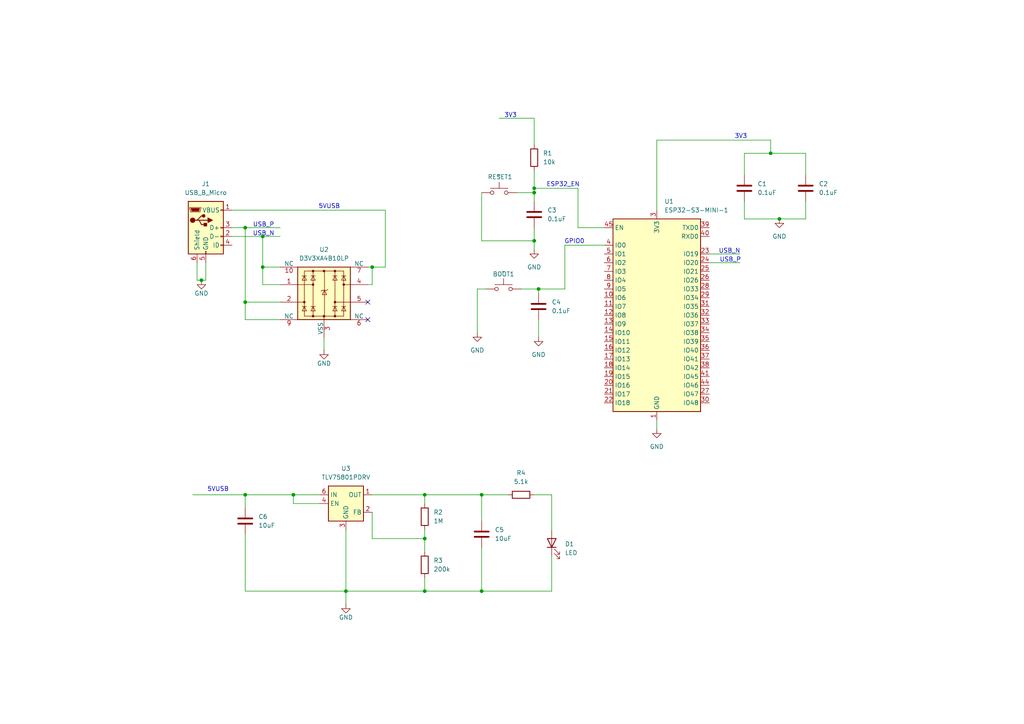
<source format=kicad_sch>
(kicad_sch (version 20231120) (generator "eeschema") (generator_version "8.0")
  (paper "A4")
  (lib_symbols
    (symbol "Connector:USB_B_Micro" (pin_names (offset 1.016))
      (property "Reference" "J" (at -5.08 11.43 0))
      (property "Value" "USB_B_Micro" (at -5.08 8.89 0))
      (symbol "USB_B_Micro_0_1"
        (rectangle (start -5.08 -7.62) (end 5.08 7.62) (stroke (width 0.254)) (fill (type background)))
        (circle (center -3.81 2.159) (radius 0.635) (stroke (width 0.254)) (fill (type outline)))
        (circle (center -0.635 3.429) (radius 0.381) (stroke (width 0.254)) (fill (type outline)))
        (rectangle (start -0.127 -7.62) (end 0.127 -6.858))
        (polyline (pts (xy -1.905 2.159) (xy 0.635 2.159)) (stroke (width 0.254)))
        (polyline (pts (xy -3.175 2.159) (xy -2.54 2.159) (xy -1.27 3.429) (xy -0.635 3.429)) (stroke (width 0.254)))
        (polyline (pts (xy -2.54 2.159) (xy -1.905 2.159) (xy -1.27 0.889) (xy 0 0.889)) (stroke (width 0.254)))
        (polyline (pts (xy 0.635 2.794) (xy 0.635 1.524) (xy 1.905 2.159) (xy 0.635 2.794)) (stroke (width 0.254)) (fill (type outline)))
        (polyline (pts (xy -4.318 5.588) (xy -1.778 5.588) (xy -2.032 4.826) (xy -4.064 4.826) (xy -4.318 5.588)) (fill (type outline)))
        (polyline (pts (xy -4.699 5.842) (xy -4.699 5.588) (xy -4.445 4.826) (xy -4.445 4.572) (xy -1.651 4.572) (xy -1.651 4.826) (xy -1.397 5.588) (xy -1.397 5.842) (xy -4.699 5.842)))
        (rectangle (start 0.254 1.27) (end -0.508 0.508) (stroke (width 0.254)) (fill (type outline)))
        (rectangle (start 5.08 -5.207) (end 4.318 -4.953))
        (rectangle (start 5.08 -2.667) (end 4.318 -2.413))
        (rectangle (start 5.08 -0.127) (end 4.318 0.127))
        (rectangle (start 5.08 4.953) (end 4.318 5.207))
      )
      (symbol "USB_B_Micro_1_1"
        (pin power_out line (at 7.62 5.08 180) (length 2.54) (name "VBUS") (number "1"))
        (pin bidirectional line (at 7.62 -2.54 180) (length 2.54) (name "D-") (number "2"))
        (pin bidirectional line (at 7.62 0 180) (length 2.54) (name "D+") (number "3"))
        (pin passive line (at 7.62 -5.08 180) (length 2.54) (name "ID") (number "4"))
        (pin power_out line (at 0 -10.16 90) (length 2.54) (name "GND") (number "5"))
        (pin passive line (at -2.54 -10.16 90) (length 2.54) (name "Shield") (number "6"))
      )
    )
    (symbol "Device:C" (pin_numbers hide) (pin_names (offset 0.254))
      (property "Reference" "C" (at 0.635 2.54 0))
      (property "Value" "C" (at 0.635 -2.54 0))
      (symbol "C_0_1"
        (polyline (pts (xy -2.032 -0.762) (xy 2.032 -0.762)) (stroke (width 0.508)))
        (polyline (pts (xy -2.032 0.762) (xy 2.032 0.762)) (stroke (width 0.508)))
      )
      (symbol "C_1_1"
        (pin passive line (at 0 3.81 270) (length 2.794) (name "~") (number "1"))
        (pin passive line (at 0 -3.81 90) (length 2.794) (name "~") (number "2"))
      )
    )
    (symbol "Device:LED" (pin_numbers hide) (pin_names (offset 1.016) hide)
      (property "Reference" "D" (at 0 2.54 0))
      (property "Value" "LED" (at 0 -2.54 0))
      (symbol "LED_0_1"
        (polyline (pts (xy -1.27 -1.27) (xy -1.27 1.27)) (stroke (width 0.254)))
        (polyline (pts (xy -1.27 0) (xy 1.27 0)))
        (polyline (pts (xy 1.27 -1.27) (xy 1.27 1.27) (xy -1.27 0) (xy 1.27 -1.27)) (stroke (width 0.254)))
        (polyline (pts (xy -3.048 -0.762) (xy -4.572 -2.286) (xy -3.81 -2.286) (xy -4.572 -2.286) (xy -4.572 -1.524)))
        (polyline (pts (xy -1.778 -0.762) (xy -3.302 -2.286) (xy -2.54 -2.286) (xy -3.302 -2.286) (xy -3.302 -1.524)))
      )
      (symbol "LED_1_1"
        (pin passive line (at -3.81 0 0) (length 2.54) (name "K") (number "1"))
        (pin passive line (at 3.81 0 180) (length 2.54) (name "A") (number "2"))
      )
    )
    (symbol "Device:R" (pin_numbers hide) (pin_names (offset 0))
      (property "Reference" "R" (at 2.032 0 90))
      (property "Value" "R" (at 0 0 90))
      (symbol "R_0_1"
        (rectangle (start -1.016 -2.54) (end 1.016 2.54) (stroke (width 0.254)))
      )
      (symbol "R_1_1"
        (pin passive line (at 0 3.81 270) (length 1.27) (name "~") (number "1"))
        (pin passive line (at 0 -3.81 90) (length 1.27) (name "~") (number "2"))
      )
    )
    (symbol "Power_Protection:D3V3XA4B10LP" (pin_names (offset 0))
      (property "Reference" "U" (at -0.635 8.89 0))
      (property "Value" "D3V3XA4B10LP" (at 8.89 -10.16 0))
      (symbol "D3V3XA4B10LP_0_0"
        (rectangle (start -5.715 6.477) (end 5.715 -6.604))
        (polyline (pts (xy -3.175 -6.604) (xy -3.175 6.477)))
        (polyline (pts (xy 0.127 6.477) (xy 0.127 -6.604)))
        (polyline (pts (xy 3.175 6.477) (xy 3.175 -6.604)))
      )
      (symbol "D3V3XA4B10LP_0_1"
        (rectangle (start -7.62 7.62) (end 7.62 -7.62) (stroke (width 0.254)) (fill (type background)))
        (circle (center -5.715 -2.54) (radius 0.2794) (fill (type outline)))
        (circle (center -3.175 -6.604) (radius 0.2794) (fill (type outline)))
        (circle (center -3.175 2.54) (radius 0.2794) (fill (type outline)))
        (circle (center -3.175 6.477) (radius 0.2794) (fill (type outline)))
        (circle (center 0 -6.604) (radius 0.2794) (fill (type outline)))
        (polyline (pts (xy -7.747 2.54) (xy -3.175 2.54)))
        (polyline (pts (xy -7.62 -2.54) (xy -5.715 -2.54)))
        (polyline (pts (xy -5.08 -3.81) (xy -6.35 -3.81)))
        (polyline (pts (xy -5.08 5.08) (xy -6.35 5.08)))
        (polyline (pts (xy -2.54 -3.81) (xy -3.81 -3.81)))
        (polyline (pts (xy -2.54 5.08) (xy -3.81 5.08)))
        (polyline (pts (xy -0.508 0.889) (xy -0.889 0.635)))
        (polyline (pts (xy 0 -6.604) (xy 0 -7.62)))
        (polyline (pts (xy 0.762 0.889) (xy -0.508 0.889)))
        (polyline (pts (xy 0.762 0.889) (xy 1.143 1.143)))
        (polyline (pts (xy 3.81 -3.81) (xy 2.54 -3.81)))
        (polyline (pts (xy 3.81 5.08) (xy 2.54 5.08)))
        (polyline (pts (xy 6.35 -3.81) (xy 5.08 -3.81)))
        (polyline (pts (xy 6.35 5.08) (xy 5.08 5.08)))
        (polyline (pts (xy 7.62 -2.54) (xy 3.175 -2.54)))
        (polyline (pts (xy 7.62 2.54) (xy 5.715 2.54)))
        (polyline (pts (xy -5.08 -5.08) (xy -6.35 -5.08) (xy -5.715 -3.81) (xy -5.08 -5.08)))
        (polyline (pts (xy -5.08 3.81) (xy -6.35 3.81) (xy -5.715 5.08) (xy -5.08 3.81)))
        (polyline (pts (xy -2.54 -5.08) (xy -3.81 -5.08) (xy -3.175 -3.81) (xy -2.54 -5.08)))
        (polyline (pts (xy -2.54 3.81) (xy -3.81 3.81) (xy -3.175 5.08) (xy -2.54 3.81)))
        (polyline (pts (xy 0.762 -0.381) (xy -0.508 -0.381) (xy 0.127 0.889) (xy 0.762 -0.381)))
        (polyline (pts (xy 3.81 -5.08) (xy 2.54 -5.08) (xy 3.175 -3.81) (xy 3.81 -5.08)))
        (polyline (pts (xy 3.81 3.81) (xy 2.54 3.81) (xy 3.175 5.08) (xy 3.81 3.81)))
        (polyline (pts (xy 6.35 -5.08) (xy 5.08 -5.08) (xy 5.715 -3.81) (xy 6.35 -5.08)))
        (polyline (pts (xy 6.35 3.81) (xy 5.08 3.81) (xy 5.715 5.08) (xy 6.35 3.81)))
        (circle (center 0 6.477) (radius 0.2794) (fill (type outline)))
        (circle (center 3.175 -6.604) (radius 0.2794) (fill (type outline)))
        (circle (center 3.175 -2.54) (radius 0.2794) (fill (type outline)))
        (circle (center 3.175 6.477) (radius 0.2794) (fill (type outline)))
        (circle (center 5.715 2.54) (radius 0.2794) (fill (type outline)))
      )
      (symbol "D3V3XA4B10LP_1_1"
        (pin passive line (at -12.7 2.54 0) (length 5.08) (name "~") (number "1"))
        (pin free line (at -12.7 7.62 0) (length 5.08) (name "NC") (number "10"))
        (pin passive line (at -12.7 -2.54 0) (length 5.08) (name "~") (number "2"))
        (pin power_in line (at 0 -12.7 90) (length 5.08) (name "VSS") (number "3"))
        (pin passive line (at 12.7 2.54 180) (length 5.08) (name "~") (number "4"))
        (pin passive line (at 12.7 -2.54 180) (length 5.08) (name "~") (number "5"))
        (pin free line (at 12.7 -7.62 180) (length 5.08) (name "NC") (number "6"))
        (pin free line (at 12.7 7.62 180) (length 5.08) (name "NC") (number "7"))
        (pin passive line (at 0 -12.7 90) (length 5.08) hide (name "VSS") (number "8"))
        (pin free line (at -12.7 -7.62 0) (length 5.08) (name "NC") (number "9"))
      )
    )
    (symbol "RF_Module:ESP32-S3-MINI-1"
      (property "Reference" "U" (at -11.43 29.21 0))
      (property "Value" "ESP32-S3-MINI-1" (at 12.7 29.21 0))
      (symbol "ESP32-S3-MINI-1_0_1"
        (rectangle (start -12.7 27.94) (end 12.7 -27.94) (stroke (width 0.254)) (fill (type background)))
      )
      (symbol "ESP32-S3-MINI-1_1_1"
        (pin power_in line (at 0 -30.48 90) (length 2.54) (name "GND") (number "1"))
        (pin bidirectional line (at -15.24 5.08 0) (length 2.54) (name "IO6") (number "10"))
        (pin bidirectional line (at -15.24 2.54 0) (length 2.54) (name "IO7") (number "11"))
        (pin bidirectional line (at -15.24 0 0) (length 2.54) (name "IO8") (number "12"))
        (pin bidirectional line (at -15.24 -2.54 0) (length 2.54) (name "IO9") (number "13"))
        (pin bidirectional line (at -15.24 -5.08 0) (length 2.54) (name "IO10") (number "14"))
        (pin bidirectional line (at -15.24 -7.62 0) (length 2.54) (name "IO11") (number "15"))
        (pin bidirectional line (at -15.24 -10.16 0) (length 2.54) (name "IO12") (number "16"))
        (pin bidirectional line (at -15.24 -12.7 0) (length 2.54) (name "IO13") (number "17"))
        (pin bidirectional line (at -15.24 -15.24 0) (length 2.54) (name "IO14") (number "18"))
        (pin bidirectional line (at -15.24 -17.78 0) (length 2.54) (name "IO15") (number "19"))
        (pin passive line (at 0 -30.48 90) (length 2.54) hide (name "GND") (number "2"))
        (pin bidirectional line (at -15.24 -20.32 0) (length 2.54) (name "IO16") (number "20"))
        (pin bidirectional line (at -15.24 -22.86 0) (length 2.54) (name "IO17") (number "21"))
        (pin bidirectional line (at -15.24 -25.4 0) (length 2.54) (name "IO18") (number "22"))
        (pin bidirectional line (at 15.24 17.78 180) (length 2.54) (name "IO19") (number "23"))
        (pin bidirectional line (at 15.24 15.24 180) (length 2.54) (name "IO20") (number "24"))
        (pin bidirectional line (at 15.24 12.7 180) (length 2.54) (name "IO21") (number "25"))
        (pin bidirectional line (at 15.24 10.16 180) (length 2.54) (name "IO26") (number "26"))
        (pin bidirectional line (at 15.24 -22.86 180) (length 2.54) (name "IO47") (number "27"))
        (pin bidirectional line (at 15.24 7.62 180) (length 2.54) (name "IO33") (number "28"))
        (pin bidirectional line (at 15.24 5.08 180) (length 2.54) (name "IO34") (number "29"))
        (pin power_in line (at 0 30.48 270) (length 2.54) (name "3V3") (number "3"))
        (pin bidirectional line (at 15.24 -25.4 180) (length 2.54) (name "IO48") (number "30"))
        (pin bidirectional line (at 15.24 2.54 180) (length 2.54) (name "IO35") (number "31"))
        (pin bidirectional line (at 15.24 0 180) (length 2.54) (name "IO36") (number "32"))
        (pin bidirectional line (at 15.24 -2.54 180) (length 2.54) (name "IO37") (number "33"))
        (pin bidirectional line (at 15.24 -5.08 180) (length 2.54) (name "IO38") (number "34"))
        (pin bidirectional line (at 15.24 -7.62 180) (length 2.54) (name "IO39") (number "35"))
        (pin bidirectional line (at 15.24 -10.16 180) (length 2.54) (name "IO40") (number "36"))
        (pin bidirectional line (at 15.24 -12.7 180) (length 2.54) (name "IO41") (number "37"))
        (pin bidirectional line (at 15.24 -15.24 180) (length 2.54) (name "IO42") (number "38"))
        (pin bidirectional line (at 15.24 25.4 180) (length 2.54) (name "TXD0") (number "39"))
        (pin bidirectional line (at -15.24 20.32 0) (length 2.54) (name "IO0") (number "4"))
        (pin bidirectional line (at 15.24 22.86 180) (length 2.54) (name "RXD0") (number "40"))
        (pin bidirectional line (at 15.24 -17.78 180) (length 2.54) (name "IO45") (number "41"))
        (pin passive line (at 0 -30.48 90) (length 2.54) hide (name "GND") (number "42"))
        (pin passive line (at 0 -30.48 90) (length 2.54) hide (name "GND") (number "43"))
        (pin bidirectional line (at 15.24 -20.32 180) (length 2.54) (name "IO46") (number "44"))
        (pin input line (at -15.24 25.4 0) (length 2.54) (name "EN") (number "45"))
        (pin passive line (at 0 -30.48 90) (length 2.54) hide (name "GND") (number "46"))
        (pin passive line (at 0 -30.48 90) (length 2.54) hide (name "GND") (number "47"))
        (pin passive line (at 0 -30.48 90) (length 2.54) hide (name "GND") (number "48"))
        (pin passive line (at 0 -30.48 90) (length 2.54) hide (name "GND") (number "49"))
        (pin bidirectional line (at -15.24 17.78 0) (length 2.54) (name "IO1") (number "5"))
        (pin passive line (at 0 -30.48 90) (length 2.54) hide (name "GND") (number "50"))
        (pin passive line (at 0 -30.48 90) (length 2.54) hide (name "GND") (number "51"))
        (pin passive line (at 0 -30.48 90) (length 2.54) hide (name "GND") (number "52"))
        (pin passive line (at 0 -30.48 90) (length 2.54) hide (name "GND") (number "53"))
        (pin passive line (at 0 -30.48 90) (length 2.54) hide (name "GND") (number "54"))
        (pin passive line (at 0 -30.48 90) (length 2.54) hide (name "GND") (number "55"))
        (pin passive line (at 0 -30.48 90) (length 2.54) hide (name "GND") (number "56"))
        (pin passive line (at 0 -30.48 90) (length 2.54) hide (name "GND") (number "57"))
        (pin passive line (at 0 -30.48 90) (length 2.54) hide (name "GND") (number "58"))
        (pin passive line (at 0 -30.48 90) (length 2.54) hide (name "GND") (number "59"))
        (pin bidirectional line (at -15.24 15.24 0) (length 2.54) (name "IO2") (number "6"))
        (pin passive line (at 0 -30.48 90) (length 2.54) hide (name "GND") (number "60"))
        (pin passive line (at 0 -30.48 90) (length 2.54) hide (name "GND") (number "61"))
        (pin passive line (at 0 -30.48 90) (length 2.54) hide (name "GND") (number "62"))
        (pin passive line (at 0 -30.48 90) (length 2.54) hide (name "GND") (number "63"))
        (pin passive line (at 0 -30.48 90) (length 2.54) hide (name "GND") (number "64"))
        (pin passive line (at 0 -30.48 90) (length 2.54) hide (name "GND") (number "65"))
        (pin bidirectional line (at -15.24 12.7 0) (length 2.54) (name "IO3") (number "7"))
        (pin bidirectional line (at -15.24 10.16 0) (length 2.54) (name "IO4") (number "8"))
        (pin bidirectional line (at -15.24 7.62 0) (length 2.54) (name "IO5") (number "9"))
      )
    )
    (symbol "Regulator_Linear:TLV75801PDRV"
      (property "Reference" "U" (at -3.81 6.35 0))
      (property "Value" "TLV75801PDRV" (at 0 6.35 0))
      (symbol "TLV75801PDRV_0_1"
        (rectangle (start 5.08 -5.08) (end -5.08 5.08) (stroke (width 0.254)) (fill (type background)))
      )
      (symbol "TLV75801PDRV_1_1"
        (pin power_out line (at 7.62 2.54 180) (length 2.54) (name "OUT") (number "1"))
        (pin input line (at 7.62 -2.54 180) (length 2.54) (name "FB") (number "2"))
        (pin power_in line (at 0 -7.62 90) (length 2.54) (name "GND") (number "3"))
        (pin input line (at -7.62 0 0) (length 2.54) (name "EN") (number "4"))
        (pin no_connect line (at 5.08 0 180) (length 2.54) hide (name "DNC") (number "5"))
        (pin power_in line (at -7.62 2.54 0) (length 2.54) (name "IN") (number "6"))
        (pin passive line (at 0 -7.62 90) (length 2.54) hide (name "GND") (number "7"))
      )
    )
    (symbol "Switch:SW_Push" (pin_numbers hide) (pin_names (offset 1.016) hide)
      (property "Reference" "SW" (at 1.27 2.54 0))
      (property "Value" "SW_Push" (at 0 -1.524 0))
      (symbol "SW_Push_0_1"
        (circle (center -2.032 0) (radius 0.508))
        (polyline (pts (xy 0 1.27) (xy 0 3.048)))
        (polyline (pts (xy 2.54 1.27) (xy -2.54 1.27)))
        (circle (center 2.032 0) (radius 0.508))
        (pin passive line (at -5.08 0 0) (length 2.54) (name "1") (number "1"))
        (pin passive line (at 5.08 0 180) (length 2.54) (name "2") (number "2"))
      )
    )
    (symbol "power:GND" (power) (pin_numbers hide) (pin_names (offset 0) hide)
      (property "Value" "GND" (at 0 -3.81 0))
      (symbol "GND_0_1"
        (polyline (pts (xy 0 0) (xy 0 -1.27) (xy 1.27 -1.27) (xy 0 -2.54) (xy -1.27 -1.27) (xy 0 -1.27)))
      )
      (symbol "GND_1_1"
        (pin power_in line (at 0 0 270) (length 0) (name "~") (number "1"))
      )
    )
  )
  (junction (at 71.12 87.63))
  (junction (at 139.7 143.51))
  (junction (at 154.94 54.61))
  (junction (at 139.7 171.45))
  (junction (at 156.21 83.82))
  (junction (at 76.2 68.58))
  (junction (at 107.95 77.47))
  (junction (at 123.19 171.45))
  (junction (at 76.2 77.47))
  (junction (at 226.06 63.5))
  (junction (at 100.33 171.45))
  (junction (at 58.42 81.28))
  (junction (at 154.94 55.88))
  (junction (at 123.19 143.51))
  (junction (at 85.09 143.51))
  (junction (at 71.12 143.51))
  (junction (at 71.12 66.04))
  (junction (at 223.52 44.45))
  (junction (at 154.94 69.85))
  (junction (at 123.19 156.21))
  (no_connect (at 106.68 92.71))
  (no_connect (at 106.68 87.63))
  (wire (pts (xy 71.12 143.51) (xy 85.09 143.51)))
  (wire (pts (xy 123.19 167.64) (xy 123.19 171.45)))
  (wire (pts (xy 151.13 83.82) (xy 156.21 83.82)))
  (wire (pts (xy 215.9 63.5) (xy 226.06 63.5)))
  (wire (pts (xy 154.94 66.04) (xy 154.94 69.85)))
  (wire (pts (xy 226.06 63.5) (xy 233.68 63.5)))
  (wire (pts (xy 123.19 143.51) (xy 139.7 143.51)))
  (wire (pts (xy 139.7 158.75) (xy 139.7 171.45)))
  (wire (pts (xy 85.09 143.51) (xy 92.71 143.51)))
  (wire (pts (xy 175.26 71.12) (xy 163.83 71.12)))
  (wire (pts (xy 71.12 66.04) (xy 71.12 87.63)))
  (wire (pts (xy 85.09 143.51) (xy 85.09 146.05)))
  (wire (pts (xy 160.02 161.29) (xy 160.02 171.45)))
  (wire (pts (xy 100.33 171.45) (xy 100.33 175.26)))
  (wire (pts (xy 154.94 55.88) (xy 154.94 54.61)))
  (wire (pts (xy 123.19 171.45) (xy 139.7 171.45)))
  (wire (pts (xy 55.88 143.51) (xy 71.12 143.51)))
  (wire (pts (xy 154.94 69.85) (xy 154.94 72.39)))
  (wire (pts (xy 154.94 49.53) (xy 154.94 54.61)))
  (wire (pts (xy 67.31 68.58) (xy 76.2 68.58)))
  (wire (pts (xy 71.12 171.45) (xy 100.33 171.45)))
  (wire (pts (xy 107.95 77.47) (xy 107.95 82.55)))
  (wire (pts (xy 81.28 82.55) (xy 76.2 82.55)))
  (wire (pts (xy 233.68 58.42) (xy 233.68 63.5)))
  (wire (pts (xy 67.31 60.96) (xy 111.76 60.96)))
  (wire (pts (xy 167.64 54.61) (xy 154.94 54.61)))
  (wire (pts (xy 81.28 87.63) (xy 71.12 87.63)))
  (wire (pts (xy 57.15 76.2) (xy 57.15 81.28)))
  (wire (pts (xy 76.2 68.58) (xy 76.2 77.47)))
  (wire (pts (xy 106.68 77.47) (xy 107.95 77.47)))
  (wire (pts (xy 190.5 121.92) (xy 190.5 124.46)))
  (wire (pts (xy 123.19 156.21) (xy 123.19 160.02)))
  (wire (pts (xy 81.28 77.47) (xy 76.2 77.47)))
  (wire (pts (xy 215.9 58.42) (xy 215.9 63.5)))
  (wire (pts (xy 123.19 153.67) (xy 123.19 156.21)))
  (wire (pts (xy 156.21 92.71) (xy 156.21 97.79)))
  (wire (pts (xy 154.94 143.51) (xy 160.02 143.51)))
  (wire (pts (xy 111.76 60.96) (xy 111.76 77.47)))
  (wire (pts (xy 167.64 66.04) (xy 167.64 54.61)))
  (wire (pts (xy 57.15 81.28) (xy 58.42 81.28)))
  (wire (pts (xy 71.12 87.63) (xy 71.12 92.71)))
  (wire (pts (xy 58.42 81.28) (xy 59.69 81.28)))
  (wire (pts (xy 233.68 44.45) (xy 233.68 50.8)))
  (wire (pts (xy 76.2 68.58) (xy 81.28 68.58)))
  (wire (pts (xy 163.83 71.12) (xy 163.83 83.82)))
  (wire (pts (xy 92.71 146.05) (xy 85.09 146.05)))
  (wire (pts (xy 215.9 50.8) (xy 215.9 44.45)))
  (wire (pts (xy 100.33 171.45) (xy 123.19 171.45)))
  (wire (pts (xy 71.12 66.04) (xy 81.28 66.04)))
  (wire (pts (xy 156.21 83.82) (xy 163.83 83.82)))
  (wire (pts (xy 138.43 83.82) (xy 138.43 96.52)))
  (wire (pts (xy 154.94 41.91) (xy 154.94 34.29)))
  (wire (pts (xy 100.33 153.67) (xy 100.33 171.45)))
  (wire (pts (xy 71.12 147.32) (xy 71.12 143.51)))
  (wire (pts (xy 71.12 154.94) (xy 71.12 171.45)))
  (wire (pts (xy 81.28 92.71) (xy 71.12 92.71)))
  (wire (pts (xy 76.2 77.47) (xy 76.2 82.55)))
  (wire (pts (xy 154.94 55.88) (xy 154.94 58.42)))
  (wire (pts (xy 59.69 76.2) (xy 59.69 81.28)))
  (wire (pts (xy 205.74 73.66) (xy 214.63 73.66)))
  (wire (pts (xy 160.02 143.51) (xy 160.02 153.67)))
  (wire (pts (xy 123.19 156.21) (xy 107.95 156.21)))
  (wire (pts (xy 111.76 77.47) (xy 107.95 77.47)))
  (wire (pts (xy 139.7 69.85) (xy 154.94 69.85)))
  (wire (pts (xy 190.5 60.96) (xy 190.5 40.64)))
  (wire (pts (xy 67.31 66.04) (xy 71.12 66.04)))
  (wire (pts (xy 107.95 82.55) (xy 106.68 82.55)))
  (wire (pts (xy 215.9 44.45) (xy 223.52 44.45)))
  (wire (pts (xy 205.74 76.2) (xy 214.63 76.2)))
  (wire (pts (xy 123.19 143.51) (xy 123.19 146.05)))
  (wire (pts (xy 139.7 171.45) (xy 160.02 171.45)))
  (wire (pts (xy 139.7 143.51) (xy 139.7 151.13)))
  (wire (pts (xy 107.95 156.21) (xy 107.95 148.59)))
  (wire (pts (xy 175.26 66.04) (xy 167.64 66.04)))
  (wire (pts (xy 223.52 44.45) (xy 233.68 44.45)))
  (wire (pts (xy 190.5 40.64) (xy 223.52 40.64)))
  (wire (pts (xy 139.7 55.88) (xy 139.7 69.85)))
  (wire (pts (xy 144.78 34.29) (xy 154.94 34.29)))
  (wire (pts (xy 139.7 143.51) (xy 147.32 143.51)))
  (wire (pts (xy 156.21 83.82) (xy 156.21 85.09)))
  (wire (pts (xy 223.52 40.64) (xy 223.52 44.45)))
  (wire (pts (xy 149.86 55.88) (xy 154.94 55.88)))
  (wire (pts (xy 138.43 83.82) (xy 140.97 83.82)))
  (wire (pts (xy 93.98 97.79) (xy 93.98 101.6)))
  (wire (pts (xy 107.95 143.51) (xy 123.19 143.51)))
  (text "ESP32_EN" (at 163.322 53.594 0) (effects (font (size 1.27 1.27))))
  (text "3V3" (at 214.884 39.624 0) (effects (font (size 1.27 1.27))))
  (text "USB_P" (at 211.836 75.438 0) (effects (font (size 1.27 1.27))))
  (text "5VUSB" (at 95.504 59.944 0) (effects (font (size 1.27 1.27))))
  (text "5VUSB" (at 63.246 141.986 0) (effects (font (size 1.27 1.27))))
  (text "USB_N" (at 76.454 67.818 0) (effects (font (size 1.27 1.27))))
  (text "GPIO0" (at 166.624 70.104 0) (effects (font (size 1.27 1.27))))
  (text "USB_N" (at 211.582 72.898 0) (effects (font (size 1.27 1.27))))
  (text "3V3" (at 148.082 33.528 0) (effects (font (size 1.27 1.27))))
  (text "USB_P" (at 76.454 65.278 0) (effects (font (size 1.27 1.27))))
  (symbol (lib_id "power:GND") (at 93.98 101.6 0) (unit 1)
    (property "Reference" "#PWR06" (effects (hide yes)))
    (property "Value" "GND" (at 93.98 105.41 0))
    (property "Description" "Power symbol creates a global label with name \"GND\" , ground" (effects (hide yes)))
  )
  (symbol (lib_id "Regulator_Linear:TLV75801PDRV") (at 100.33 146.05 0) (unit 1)
    (property "Reference" "U3" (at 100.33 135.89 0))
    (property "Value" "TLV75801PDRV" (at 100.33 138.43 0))
    (property "Footprint" "Package_SON:WSON-6-1EP_2x2mm_P0.65mm_EP1x1.6mm" (effects (hide yes)))
    (property "Datasheet" "https://www.ti.com/lit/ds/symlink/tlv758p.pdf" (effects (hide yes)))
    (property "Description" "500mA Low-Dropout Linear Regulator, Adjustable Output, WSON-6" (effects (hide yes)))
  )
  (symbol (lib_id "Device:R") (at 123.19 163.83 0) (unit 1)
    (property "Reference" "R3" (at 125.73 162.5599 0) (effects (justify left)))
    (property "Value" "200k" (at 125.73 165.0999 0) (effects (justify left)))
    (property "Footprint" "Resistor_SMD:R_0805_2012Metric" (effects (hide yes)))
    (property "Description" "Resistor" (effects (hide yes)))
  )
  (symbol (lib_id "Switch:SW_Push") (at 144.78 55.88 0) (unit 1)
    (property "Reference" "RESET1" (at 145.034 51.308 0))
    (property "Value" "~" (at 144.78 50.8 0))
    (property "Footprint" "Button_Switch_THT:SW_PUSH_6mm" (effects (hide yes)))
    (property "Description" "Push button switch, generic, two pins" (effects (hide yes)))
  )
  (symbol (lib_id "Switch:SW_Push") (at 146.05 83.82 0) (unit 1)
    (property "Reference" "BOOT1" (at 146.05 79.502 0))
    (property "Value" "~" (at 146.05 78.74 0))
    (property "Footprint" "Button_Switch_THT:SW_PUSH_6mm" (effects (hide yes)))
    (property "Description" "Push button switch, generic, two pins" (effects (hide yes)))
  )
  (symbol (lib_id "Device:C") (at 156.21 88.9 0) (unit 1)
    (property "Reference" "C4" (at 160.02 87.6299 0) (effects (justify left)))
    (property "Value" "0.1uF" (at 160.02 90.1699 0) (effects (justify left)))
    (property "Footprint" "Capacitor_SMD:C_0805_2012Metric" (effects (hide yes)))
    (property "Description" "Unpolarized capacitor" (effects (hide yes)))
  )
  (symbol (lib_id "Device:C") (at 71.12 151.13 0) (unit 1)
    (property "Reference" "C6" (at 74.93 149.8599 0) (effects (justify left)))
    (property "Value" "10uF" (at 74.93 152.3999 0) (effects (justify left)))
    (property "Footprint" "Capacitor_SMD:C_0805_2012Metric" (effects (hide yes)))
    (property "Description" "Unpolarized capacitor" (effects (hide yes)))
  )
  (symbol (lib_id "Device:C") (at 215.9 54.61 0) (unit 1)
    (property "Reference" "C1" (at 219.71 53.3399 0) (effects (justify left)))
    (property "Value" "0.1uF" (at 219.71 55.8799 0) (effects (justify left)))
    (property "Footprint" "Capacitor_SMD:C_0805_2012Metric" (effects (hide yes)))
    (property "Description" "Unpolarized capacitor" (effects (hide yes)))
  )
  (symbol (lib_id "power:GND") (at 58.42 81.28 0) (unit 1)
    (property "Reference" "#PWR07" (effects (hide yes)))
    (property "Value" "GND" (at 58.42 85.09 0))
    (property "Description" "Power symbol creates a global label with name \"GND\" , ground" (effects (hide yes)))
  )
  (symbol (lib_id "power:GND") (at 190.5 124.46 0) (unit 1)
    (property "Reference" "#PWR05" (effects (hide yes)))
    (property "Value" "GND" (at 190.5 129.54 0))
    (property "Description" "Power symbol creates a global label with name \"GND\" , ground" (effects (hide yes)))
  )
  (symbol (lib_id "Connector:USB_B_Micro") (at 59.69 66.04 0) (unit 1)
    (property "Reference" "J1" (at 59.69 53.34 0))
    (property "Value" "USB_B_Micro" (at 59.69 55.88 0))
    (property "Footprint" "Connector_USB:USB_Micro-B_Amphenol_10118193-0002LF_Horizontal" (effects (hide yes)))
    (property "Description" "USB Micro Type B connector" (effects (hide yes)))
  )
  (symbol (lib_id "power:GND") (at 226.06 63.5 0) (unit 1)
    (property "Reference" "#PWR01" (effects (hide yes)))
    (property "Value" "GND" (at 226.06 68.58 0))
    (property "Description" "Power symbol creates a global label with name \"GND\" , ground" (effects (hide yes)))
  )
  (symbol (lib_id "Device:LED") (at 160.02 157.48 90) (unit 1)
    (property "Reference" "D1" (at 163.83 157.7974 90) (effects (justify right)))
    (property "Value" "LED" (at 163.83 160.3374 90) (effects (justify right)))
    (property "Footprint" "LED_SMD:LED_0805_2012Metric" (effects (hide yes)))
    (property "Description" "Light emitting diode" (effects (hide yes)))
  )
  (symbol (lib_id "power:GND") (at 138.43 96.52 0) (unit 1)
    (property "Reference" "#PWR03" (effects (hide yes)))
    (property "Value" "GND" (at 138.43 101.6 0))
    (property "Description" "Power symbol creates a global label with name \"GND\" , ground" (effects (hide yes)))
  )
  (symbol (lib_id "RF_Module:ESP32-S3-MINI-1") (at 190.5 91.44 0) (unit 1)
    (property "Reference" "U1" (at 192.6941 58.42 0) (effects (justify left)))
    (property "Value" "ESP32-S3-MINI-1" (at 192.6941 60.96 0) (effects (justify left)))
    (property "Footprint" "RF_Module:ESP32-S2-MINI-1" (effects (hide yes)))
    (property "Datasheet" "https://www.espressif.com/sites/default/files/documentation/esp32-s3-mini-1_mini-1u_datasheet_en.pdf" (effects (hide yes)))
    (property "Description" "RF Module, ESP32-S3 SoC, Wi-Fi 802.11b/g/n, Bluetooth, BLE, 32-bit, 3.3V, SMD, onboard antenna" (effects (hide yes)))
  )
  (symbol (lib_id "power:GND") (at 154.94 72.39 0) (unit 1)
    (property "Reference" "#PWR02" (effects (hide yes)))
    (property "Value" "GND" (at 154.94 77.47 0))
    (property "Description" "Power symbol creates a global label with name \"GND\" , ground" (effects (hide yes)))
  )
  (symbol (lib_id "Power_Protection:D3V3XA4B10LP") (at 93.98 85.09 0) (unit 1)
    (property "Reference" "U2" (at 93.98 72.39 0))
    (property "Value" "D3V3XA4B10LP" (at 93.98 74.93 0))
    (property "Footprint" "Package_DFN_QFN:Diodes_UDFN-10_1.0x2.5mm_P0.5mm" (effects (hide yes)))
    (property "Datasheet" "https://www.diodes.com/assets/Datasheets/D3V3XA4B10LP.pdf" (effects (hide yes)))
    (property "Description" "4-Channel Low Capacitance TVS Diode Array, DFN-10" (effects (hide yes)))
  )
  (symbol (lib_id "power:GND") (at 100.33 175.26 0) (unit 1)
    (property "Reference" "#PWR08" (effects (hide yes)))
    (property "Value" "GND" (at 100.33 179.07 0))
    (property "Description" "Power symbol creates a global label with name \"GND\" , ground" (effects (hide yes)))
  )
  (symbol (lib_id "power:GND") (at 156.21 97.79 0) (unit 1)
    (property "Reference" "#PWR04" (effects (hide yes)))
    (property "Value" "GND" (at 156.21 102.87 0))
    (property "Description" "Power symbol creates a global label with name \"GND\" , ground" (effects (hide yes)))
  )
  (symbol (lib_id "Device:C") (at 154.94 62.23 0) (unit 1)
    (property "Reference" "C3" (at 158.75 60.9599 0) (effects (justify left)))
    (property "Value" "0.1uF" (at 158.75 63.4999 0) (effects (justify left)))
    (property "Footprint" "Capacitor_SMD:C_0805_2012Metric" (effects (hide yes)))
    (property "Description" "Unpolarized capacitor" (effects (hide yes)))
  )
  (symbol (lib_id "Device:C") (at 139.7 154.94 0) (unit 1)
    (property "Reference" "C5" (at 143.51 153.6699 0) (effects (justify left)))
    (property "Value" "10uF" (at 143.51 156.2099 0) (effects (justify left)))
    (property "Footprint" "Capacitor_SMD:C_0805_2012Metric" (effects (hide yes)))
    (property "Description" "Unpolarized capacitor" (effects (hide yes)))
  )
  (symbol (lib_id "Device:C") (at 233.68 54.61 0) (unit 1)
    (property "Reference" "C2" (at 237.49 53.3399 0) (effects (justify left)))
    (property "Value" "0.1uF" (at 237.49 55.8799 0) (effects (justify left)))
    (property "Footprint" "Capacitor_SMD:C_0805_2012Metric" (effects (hide yes)))
    (property "Description" "Unpolarized capacitor" (effects (hide yes)))
  )
  (symbol (lib_id "Device:R") (at 151.13 143.51 90) (unit 1)
    (property "Reference" "R4" (at 151.13 137.16 90))
    (property "Value" "5.1k" (at 151.13 139.7 90))
    (property "Footprint" "Resistor_SMD:R_0805_2012Metric" (effects (hide yes)))
    (property "Description" "Resistor" (effects (hide yes)))
  )
  (symbol (lib_id "Device:R") (at 123.19 149.86 0) (unit 1)
    (property "Reference" "R2" (at 125.73 148.5899 0) (effects (justify left)))
    (property "Value" "1M" (at 125.73 151.1299 0) (effects (justify left)))
    (property "Footprint" "LED_SMD:LED_0805_2012Metric" (effects (hide yes)))
    (property "Description" "Resistor" (effects (hide yes)))
  )
  (symbol (lib_id "Device:R") (at 154.94 45.72 0) (unit 1)
    (property "Reference" "R1" (at 157.48 44.4499 0) (effects (justify left)))
    (property "Value" "10k" (at 157.48 46.9899 0) (effects (justify left)))
    (property "Footprint" "Resistor_SMD:R_0805_2012Metric" (effects (hide yes)))
    (property "Description" "Resistor" (effects (hide yes)))
  )
)
</source>
